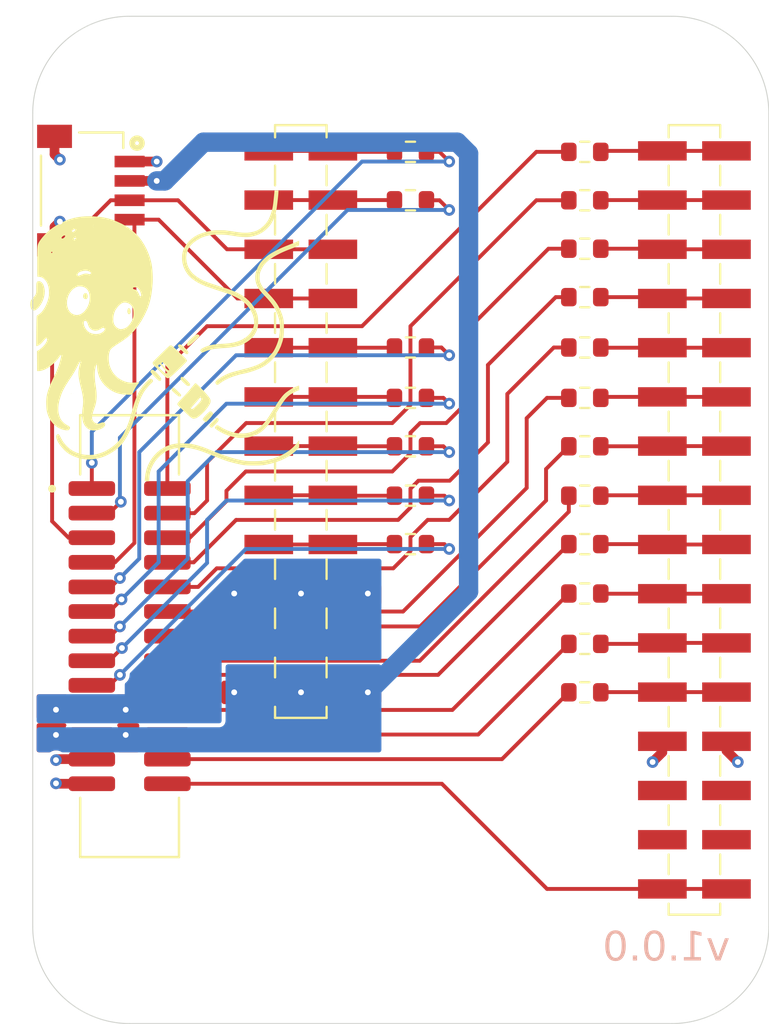
<source format=kicad_pcb>
(kicad_pcb (version 20240108) (generator "pcbnew") (generator_version "8.0")
  (layers (0 "F.Cu" signal) (1 "In1.Cu" signal) (2 "In2.Cu" signal) (31 "B.Cu" signal) (34 "B.Paste" user) (35 "F.Paste" user) (36 "B.SilkS" user "B.Silkscreen") (37 "F.SilkS" user "F.Silkscreen") (38 "B.Mask" user) (39 "F.Mask" user) (44 "Edge.Cuts" user))
  (net 0 "")
  (net 1 "GND")
  (net 2 "/P0.27")
  (net 3 "/VDD_OUT")
  (net 4 "/P0.05")
  (net 5 "/P0.09")
  (net 6 "/P0.20")
  (net 7 "/P0.13")
  (net 8 "/P0.22")
  (net 9 "/P0.29")
  (net 10 "/P0.06")
  (net 11 "/P0.19")
  (net 12 "/P0.21")
  (net 13 "/P1.00")
  (net 14 "/P0.07")
  (net 15 "/USB")
  (net 16 "/P0.17")
  (net 17 "/P0.23")
  (net 18 "/RST")
  (net 19 "/P0.26")
  (net 20 "/P0.04")
  (net 21 "/P0.10")
  (net 22 "/P0.28")
  (net 23 "/P0.24")
  (net 24 "/P0.15")
  (net 25 "/P0.30")
  (net 32 "Net-(U1-P0.05)")
  (net 33 "Net-(U1-P0.27)")
  (net 34 "Net-(U1-P0.07)")
  (net 35 "Net-(U1-P0.06)")
  (net 36 "Net-(U1-P0.29)")
  (net 37 "Net-(U1-P0.28)")
  (net 38 "Net-(U1-P0.30)")
  (net 39 "Net-(U1-P0.20)")
  (net 40 "Net-(U1-P0.21)")
  (net 41 "Net-(U1-P0.15)")
  (net 42 "Net-(U1-P0.19)")
  (net 43 "Net-(U1-P1.00)")
  (net 44 "Net-(U1-P0.24)")
  (net 45 "Net-(U1-P0.22)")
  (net 46 "Net-(U1-P0.23)")
  (net 47 "Net-(U1-P0.17)")
  (net 48 "Net-(U1-P0.13)")
  (net 49 "Net-(U1-P0.09)")
  (net 50 "Net-(U1-P0.10)")
  (footprint "Resistor_SMD:R_0603_1608Metric" (layer "F.Cu") (at 60.5 43.75)
    (property "Reference" "R15" (hide yes))
    (property "Value" "R_Small")
    (pad "1" smd roundrect (at -0.825 0) (size 0.8 0.95) (layers "F.Cu" "F.Paste" "F.Mask") (net 17 "/P0.23"))
    (pad "2" smd roundrect (at 0.825 0) (size 0.8 0.95) (layers "F.Cu" "F.Paste" "F.Mask") (net 46 "Net-(U1-P0.23)"))
  )
  (footprint "pink_panda:pink_panda_SMD" (layer "F.Cu") (at 56 45)
    (property "Reference" "U1" (hide yes))
    (property "Value" "Pink Panda v2.1.0")
    (pad "1" smd rect (at -11.815 -19.05) (size 2.51 1) (layers "F.Cu" "F.Paste" "F.Mask") (net 33 "Net-(U1-P0.27)"))
    (pad "1" smd rect (at -8.505 -19.05) (size 2.51 1) (layers "F.Cu" "F.Paste" "F.Mask") (net 33 "Net-(U1-P0.27)"))
    (pad "2" smd rect (at -11.815 -16.51) (size 2.51 1) (layers "F.Cu" "F.Paste" "F.Mask") (net 32 "Net-(U1-P0.05)"))
    (pad "2" smd rect (at -8.505 -16.51) (size 2.51 1) (layers "F.Cu" "F.Paste" "F.Mask") (net 32 "Net-(U1-P0.05)"))
    (pad "3" smd rect (at -11.815 -13.97) (size 2.51 1) (layers "F.Cu" "F.Paste" "F.Mask") (net 20 "/P0.04"))
    (pad "3" smd rect (at -8.505 -13.97) (size 2.51 1) (layers "F.Cu" "F.Paste" "F.Mask") (net 20 "/P0.04"))
    (pad "4" smd rect (at -11.815 -11.43) (size 2.51 1) (layers "F.Cu" "F.Paste" "F.Mask") (net 19 "/P0.26"))
    (pad "4" smd rect (at -8.505 -11.43) (size 2.51 1) (layers "F.Cu" "F.Paste" "F.Mask") (net 19 "/P0.26"))
    (pad "5" smd rect (at -11.815 -8.89) (size 2.51 1) (layers "F.Cu" "F.Paste" "F.Mask") (net 34 "Net-(U1-P0.07)"))
    (pad "5" smd rect (at -8.505 -8.89) (size 2.51 1) (layers "F.Cu" "F.Paste" "F.Mask") (net 34 "Net-(U1-P0.07)"))
    (pad "6" smd rect (at -11.815 -6.35) (size 2.51 1) (layers "F.Cu" "F.Paste" "F.Mask") (net 35 "Net-(U1-P0.06)"))
    (pad "6" smd rect (at -8.505 -6.35) (size 2.51 1) (layers "F.Cu" "F.Paste" "F.Mask") (net 35 "Net-(U1-P0.06)"))
    (pad "7" smd rect (at -11.815 -3.81) (size 2.51 1) (layers "F.Cu" "F.Paste" "F.Mask") (net 36 "Net-(U1-P0.29)"))
    (pad "7" smd rect (at -8.505 -3.81) (size 2.51 1) (layers "F.Cu" "F.Paste" "F.Mask") (net 36 "Net-(U1-P0.29)"))
    (pad "8" smd rect (at -11.815 -1.27) (size 2.51 1) (layers "F.Cu" "F.Paste" "F.Mask") (net 37 "Net-(U1-P0.28)"))
    (pad "8" smd rect (at -8.505 -1.27) (size 2.51 1) (layers "F.Cu" "F.Paste" "F.Mask") (net 37 "Net-(U1-P0.28)"))
    (pad "9" smd rect (at -11.815 1.27) (size 2.51 1) (layers "F.Cu" "F.Paste" "F.Mask") (net 38 "Net-(U1-P0.30)"))
    (pad "9" smd rect (at -8.505 1.27) (size 2.51 1) (layers "F.Cu" "F.Paste" "F.Mask") (net 38 "Net-(U1-P0.30)"))
    (pad "10" smd rect (at -11.815 3.81) (size 2.51 1) (layers "F.Cu" "F.Paste" "F.Mask") (net 15 "/USB"))
    (pad "10" smd rect (at -8.505 3.81) (size 2.51 1) (layers "F.Cu" "F.Paste" "F.Mask") (net 15 "/USB"))
    (pad "11" smd rect (at -11.815 6.35) (size 2.51 1) (layers "F.Cu" "F.Paste" "F.Mask"))
    (pad "11" smd rect (at -8.505 6.35) (size 2.51 1) (layers "F.Cu" "F.Paste" "F.Mask"))
    (pad "12" smd rect (at -11.815 8.89) (size 2.51 1) (layers "F.Cu" "F.Paste" "F.Mask") (net 3 "/VDD_OUT"))
    (pad "12" smd rect (at -8.505 8.89) (size 2.51 1) (layers "F.Cu" "F.Paste" "F.Mask") (net 3 "/VDD_OUT"))
    (pad "13" smd rect (at 8.505 -19.05) (size 2.51 1) (layers "F.Cu" "F.Paste" "F.Mask") (net 39 "Net-(U1-P0.20)"))
    (pad "13" smd rect (at 11.815 -19.05) (size 2.51 1) (layers "F.Cu" "F.Paste" "F.Mask") (net 39 "Net-(U1-P0.20)"))
    (pad "14" smd rect (at 8.505 -16.51) (size 2.51 1) (layers "F.Cu" "F.Paste" "F.Mask") (net 40 "Net-(U1-P0.21)"))
    (pad "14" smd rect (at 11.815 -16.51) (size 2.51 1) (layers "F.Cu" "F.Paste" "F.Mask") (net 40 "Net-(U1-P0.21)"))
    (pad "15" smd rect (at 8.505 -13.97) (size 2.51 1) (layers "F.Cu" "F.Paste" "F.Mask") (net 41 "Net-(U1-P0.15)"))
    (pad "15" smd rect (at 11.815 -13.97) (size 2.51 1) (layers "F.Cu" "F.Paste" "F.Mask") (net 41 "Net-(U1-P0.15)"))
    (pad "16" smd rect (at 8.505 -11.43) (size 2.51 1) (layers "F.Cu" "F.Paste" "F.Mask") (net 42 "Net-(U1-P0.19)"))
    (pad "16" smd rect (at 11.815 -11.43) (size 2.51 1) (layers "F.Cu" "F.Paste" "F.Mask") (net 42 "Net-(U1-P0.19)"))
    (pad "17" smd rect (at 8.505 -8.89) (size 2.51 1) (layers "F.Cu" "F.Paste" "F.Mask") (net 43 "Net-(U1-P1.00)"))
    (pad "17" smd rect (at 11.815 -8.89) (size 2.51 1) (layers "F.Cu" "F.Paste" "F.Mask") (net 43 "Net-(U1-P1.00)"))
    (pad "18" smd rect (at 8.505 -6.35) (size 2.51 1) (layers "F.Cu" "F.Paste" "F.Mask") (net 44 "Net-(U1-P0.24)"))
    (pad "18" smd rect (at 11.815 -6.35) (size 2.51 1) (layers "F.Cu" "F.Paste" "F.Mask") (net 44 "Net-(U1-P0.24)"))
    (pad "19" smd rect (at 8.505 -3.81) (size 2.51 1) (layers "F.Cu" "F.Paste" "F.Mask") (net 45 "Net-(U1-P0.22)"))
    (pad "19" smd rect (at 11.815 -3.81) (size 2.51 1) (layers "F.Cu" "F.Paste" "F.Mask") (net 45 "Net-(U1-P0.22)"))
    (pad "20" smd rect (at 8.505 -1.27) (size 2.51 1) (layers "F.Cu" "F.Paste" "F.Mask") (net 46 "Net-(U1-P0.23)"))
    (pad "20" smd rect (at 11.815 -1.27) (size 2.51 1) (layers "F.Cu" "F.Paste" "F.Mask") (net 46 "Net-(U1-P0.23)"))
    (pad "21" smd rect (at 8.505 1.27) (size 2.51 1) (layers "F.Cu" "F.Paste" "F.Mask") (net 47 "Net-(U1-P0.17)"))
    (pad "21" smd rect (at 11.815 1.27) (size 2.51 1) (layers "F.Cu" "F.Paste" "F.Mask") (net 47 "Net-(U1-P0.17)"))
    (pad "22" smd rect (at 8.505 3.81) (size 2.51 1) (layers "F.Cu" "F.Paste" "F.Mask") (net 48 "Net-(U1-P0.13)"))
    (pad "22" smd rect (at 11.815 3.81) (size 2.51 1) (layers "F.Cu" "F.Paste" "F.Mask") (net 48 "Net-(U1-P0.13)"))
    (pad "23" smd rect (at 8.505 6.35) (size 2.51 1) (layers "F.Cu" "F.Paste" "F.Mask") (net 49 "Net-(U1-P0.09)"))
    (pad "23" smd rect (at 11.815 6.35) (size 2.51 1) (layers "F.Cu" "F.Paste" "F.Mask") (net 49 "Net-(U1-P0.09)"))
    (pad "24" smd rect (at 8.505 8.89) (size 2.51 1) (layers "F.Cu" "F.Paste" "F.Mask") (net 50 "Net-(U1-P0.10)"))
    (pad "24" smd rect (at 11.815 8.89) (size 2.51 1) (layers "F.Cu" "F.Paste" "F.Mask") (net 50 "Net-(U1-P0.10)"))
    (pad "25" smd rect (at 8.505 11.43) (size 2.51 1) (layers "F.Cu" "F.Paste" "F.Mask") (net 1 "GND"))
    (pad "25" smd rect (at 11.815 11.43) (size 2.51 1) (layers "F.Cu" "F.Paste" "F.Mask") (net 1 "GND"))
    (pad "26" smd rect (at 8.505 13.97) (size 2.51 1) (layers "F.Cu" "F.Paste" "F.Mask"))
    (pad "26" smd rect (at 11.815 13.97) (size 2.51 1) (layers "F.Cu" "F.Paste" "F.Mask"))
    (pad "27" smd rect (at 8.505 16.51) (size 2.51 1) (layers "F.Cu" "F.Paste" "F.Mask"))
    (pad "27" smd rect (at 11.815 16.51) (size 2.51 1) (layers "F.Cu" "F.Paste" "F.Mask"))
    (pad "28" smd rect (at 8.505 19.05) (size 2.51 1) (layers "F.Cu" "F.Paste" "F.Mask") (net 18 "/RST"))
    (pad "28" smd rect (at 11.815 19.05) (size 2.51 1) (layers "F.Cu" "F.Paste" "F.Mask") (net 18 "/RST"))
  )
  (footprint "Resistor_SMD:R_0603_1608Metric" (layer "F.Cu") (at 60.5 38.7)
    (property "Reference" "R13" (hide yes))
    (property "Value" "R_Small")
    (pad "1" smd roundrect (at -0.825 0) (size 0.8 0.95) (layers "F.Cu" "F.Paste" "F.Mask") (net 23 "/P0.24"))
    (pad "2" smd roundrect (at 0.825 0) (size 0.8 0.95) (layers "F.Cu" "F.Paste" "F.Mask") (net 44 "Net-(U1-P0.24)"))
  )
  (footprint "Resistor_SMD:R_0603_1608Metric" (layer "F.Cu") (at 60.5 51.4)
    (property "Reference" "R18" (hide yes))
    (property "Value" "R_Small")
    (pad "1" smd roundrect (at -0.825 0) (size 0.8 0.95) (layers "F.Cu" "F.Paste" "F.Mask") (net 5 "/P0.09"))
    (pad "2" smd roundrect (at 0.825 0) (size 0.8 0.95) (layers "F.Cu" "F.Paste" "F.Mask") (net 49 "Net-(U1-P0.09)"))
  )
  (footprint "Resistor_SMD:R_0603_1608Metric" (layer "F.Cu") (at 51.5 36.1 180)
    (property "Reference" "R3" (hide yes))
    (property "Value" "R_Small")
    (pad "1" smd roundrect (at -0.825 0 180) (size 0.8 0.95) (layers "F.Cu" "F.Paste" "F.Mask") (net 14 "/P0.07"))
    (pad "2" smd roundrect (at 0.825 0 180) (size 0.8 0.95) (layers "F.Cu" "F.Paste" "F.Mask") (net 34 "Net-(U1-P0.07)"))
  )
  (footprint "Resistor_SMD:R_0603_1608Metric" (layer "F.Cu") (at 60.5 46.25)
    (property "Reference" "R16" (hide yes))
    (property "Value" "R_Small")
    (pad "1" smd roundrect (at -0.825 0) (size 0.8 0.95) (layers "F.Cu" "F.Paste" "F.Mask") (net 16 "/P0.17"))
    (pad "2" smd roundrect (at 0.825 0) (size 0.8 0.95) (layers "F.Cu" "F.Paste" "F.Mask") (net 47 "Net-(U1-P0.17)"))
  )
  (footprint "Resistor_SMD:R_0603_1608Metric" (layer "F.Cu") (at 51.5 46.25 180)
    (property "Reference" "R7" (hide yes))
    (property "Value" "R_Small")
    (pad "1" smd roundrect (at -0.825 0 180) (size 0.8 0.95) (layers "F.Cu" "F.Paste" "F.Mask") (net 25 "/P0.30"))
    (pad "2" smd roundrect (at 0.825 0 180) (size 0.8 0.95) (layers "F.Cu" "F.Paste" "F.Mask") (net 38 "Net-(U1-P0.30)"))
  )
  (footprint "Resistor_SMD:R_0603_1608Metric" (layer "F.Cu") (at 51.5 38.7 180)
    (property "Reference" "R4" (hide yes))
    (property "Value" "R_Small")
    (pad "1" smd roundrect (at -0.825 0 180) (size 0.8 0.95) (layers "F.Cu" "F.Paste" "F.Mask") (net 10 "/P0.06"))
    (pad "2" smd roundrect (at 0.825 0 180) (size 0.8 0.95) (layers "F.Cu" "F.Paste" "F.Mask") (net 35 "Net-(U1-P0.06)"))
  )
  (footprint "Resistor_SMD:R_0603_1608Metric" (layer "F.Cu") (at 60.5 36.1)
    (property "Reference" "R12" (hide yes))
    (property "Value" "R_Small")
    (pad "1" smd roundrect (at -0.825 0) (size 0.8 0.95) (layers "F.Cu" "F.Paste" "F.Mask") (net 13 "/P1.00"))
    (pad "2" smd roundrect (at 0.825 0) (size 0.8 0.95) (layers "F.Cu" "F.Paste" "F.Mask") (net 43 "Net-(U1-P1.00)"))
  )
  (footprint "logos:octopus_15mm" (layer "F.Cu") (at 38.25 35.5)
    (property "Reference" "G***" (hide yes))
    (property "Value" "LOGO" (hide yes))
  )
  (footprint "CNCTECH_3220-26-0300-00:CNC_3220-26-0300-00" (layer "F.Cu") (at 37 51 -90)
    (property "Reference" "J2" (hide yes))
    (property "Value" "3220-26-0300-00")
    (pad "1" smd roundrect (at -7.62 1.95 270) (size 0.76 2.4) (layers "F.Cu" "F.Paste" "F.Mask") (net 2 "/P0.27"))
    (pad "2" smd roundrect (at -7.62 -1.95 270) (size 0.76 2.4) (layers "F.Cu" "F.Paste" "F.Mask") (net 6 "/P0.20"))
    (pad "3" smd roundrect (at -6.35 1.95 270) (size 0.76 2.4) (layers "F.Cu" "F.Paste" "F.Mask") (net 4 "/P0.05"))
    (pad "4" smd roundrect (at -6.35 -1.95 270) (size 0.76 2.4) (layers "F.Cu" "F.Paste" "F.Mask") (net 12 "/P0.21"))
    (pad "5" smd roundrect (at -5.08 1.95 270) (size 0.76 2.4) (layers "F.Cu" "F.Paste" "F.Mask") (net 20 "/P0.04"))
    (pad "6" smd roundrect (at -5.08 -1.95 270) (size 0.76 2.4) (layers "F.Cu" "F.Paste" "F.Mask") (net 24 "/P0.15"))
    (pad "7" smd roundrect (at -3.81 1.95 270) (size 0.76 2.4) (layers "F.Cu" "F.Paste" "F.Mask") (net 19 "/P0.26"))
    (pad "8" smd roundrect (at -3.81 -1.95 270) (size 0.76 2.4) (layers "F.Cu" "F.Paste" "F.Mask") (net 11 "/P0.19"))
    (pad "9" smd roundrect (at -2.54 1.95 270) (size 0.76 2.4) (layers "F.Cu" "F.Paste" "F.Mask") (net 14 "/P0.07"))
    (pad "10" smd roundrect (at -2.54 -1.95 270) (size 0.76 2.4) (layers "F.Cu" "F.Paste" "F.Mask") (net 13 "/P1.00"))
    (pad "11" smd roundrect (at -1.27 1.95 270) (size 0.76 2.4) (layers "F.Cu" "F.Paste" "F.Mask") (net 10 "/P0.06"))
    (pad "12" smd roundrect (at -1.27 -1.95 270) (size 0.76 2.4) (layers "F.Cu" "F.Paste" "F.Mask") (net 23 "/P0.24"))
    (pad "13" smd roundrect (at 0 1.95 270) (size 0.76 2.4) (layers "F.Cu" "F.Paste" "F.Mask") (net 9 "/P0.29"))
    (pad "14" smd roundrect (at 0 -1.95 270) (size 0.76 2.4) (layers "F.Cu" "F.Paste" "F.Mask") (net 8 "/P0.22"))
    (pad "15" smd roundrect (at 1.27 1.95 270) (size 0.76 2.4) (layers "F.Cu" "F.Paste" "F.Mask") (net 22 "/P0.28"))
    (pad "16" smd roundrect (at 1.27 -1.95 270) (size 0.76 2.4) (layers "F.Cu" "F.Paste" "F.Mask") (net 17 "/P0.23"))
    (pad "17" smd roundrect (at 2.54 1.95 270) (size 0.76 2.4) (layers "F.Cu" "F.Paste" "F.Mask") (net 25 "/P0.30"))
    (pad "18" smd roundrect (at 2.54 -1.95 270) (size 0.76 2.4) (layers "F.Cu" "F.Paste" "F.Mask") (net 16 "/P0.17"))
    (pad "19" smd roundrect (at 3.81 1.95 270) (size 0.76 2.4) (layers "F.Cu" "F.Paste" "F.Mask") (net 15 "/USB"))
    (pad "20" smd roundrect (at 3.81 -1.95 270) (size 0.76 2.4) (layers "F.Cu" "F.Paste" "F.Mask") (net 7 "/P0.13"))
    (pad "21" smd roundrect (at 5.08 1.95 270) (size 0.76 2.4) (layers "F.Cu" "F.Paste" "F.Mask") (net 3 "/VDD_OUT"))
    (pad "22" smd roundrect (at 5.08 -1.95 270) (size 0.76 2.4) (layers "F.Cu" "F.Paste" "F.Mask") (net 5 "/P0.09"))
    (pad "23" smd roundrect (at 6.35 1.95 270) (size 0.76 2.4) (layers "F.Cu" "F.Paste" "F.Mask") (net 1 "GND"))
    (pad "24" smd roundrect (at 6.35 -1.95 270) (size 0.76 2.4) (layers "F.Cu" "F.Paste" "F.Mask") (net 21 "/P0.10"))
    (pad "25" smd roundrect (at 7.62 1.95 270) (size 0.76 2.4) (layers "F.Cu" "F.Paste" "F.Mask") (net 1 "GND"))
    (pad "26" smd roundrect (at 7.62 -1.95 270) (size 0.76 2.4) (layers "F.Cu" "F.Paste" "F.Mask") (net 18 "/RST"))
  )
  (footprint "Resistor_SMD:R_0603_1608Metric" (layer "F.Cu") (at 60.5 33.5)
    (property "Reference" "R11" (hide yes))
    (property "Value" "R_Small")
    (pad "1" smd roundrect (at -0.825 0) (size 0.8 0.95) (layers "F.Cu" "F.Paste" "F.Mask") (net 11 "/P0.19"))
    (pad "2" smd roundrect (at 0.825 0) (size 0.8 0.95) (layers "F.Cu" "F.Paste" "F.Mask") (net 42 "Net-(U1-P0.19)"))
  )
  (footprint "Resistor_SMD:R_0603_1608Metric" (layer "F.Cu") (at 60.5 26)
    (property "Reference" "R8" (hide yes))
    (property "Value" "R_Small")
    (pad "1" smd roundrect (at -0.825 0) (size 0.8 0.95) (layers "F.Cu" "F.Paste" "F.Mask") (net 6 "/P0.20"))
    (pad "2" smd roundrect (at 0.825 0) (size 0.8 0.95) (layers "F.Cu" "F.Paste" "F.Mask") (net 39 "Net-(U1-P0.20)"))
  )
  (footprint "Resistor_SMD:R_0603_1608Metric" (layer "F.Cu") (at 60.5 41.2)
    (property "Reference" "R14" (hide yes))
    (property "Value" "R_Small")
    (pad "1" smd roundrect (at -0.825 0) (size 0.8 0.95) (layers "F.Cu" "F.Paste" "F.Mask") (net 8 "/P0.22"))
    (pad "2" smd roundrect (at 0.825 0) (size 0.8 0.95) (layers "F.Cu" "F.Paste" "F.Mask") (net 45 "Net-(U1-P0.22)"))
  )
  (footprint "SM04B-SRSS-TB(LF)(SN):JST_SM04B-SRSS-TB(LF)(SN)" (layer "F.Cu") (at 37 28 -90)
    (property "Reference" "J1" (hide yes))
    (property "Value" "SM04B-SRSS-TB(LF)(SN)")
    (pad "1" smd rect (at -1.5 0 270) (size 0.6 1.55) (layers "F.Cu" "F.Paste" "F.Mask") (net 1 "GND"))
    (pad "2" smd rect (at -0.5 0 270) (size 0.6 1.55) (layers "F.Cu" "F.Paste" "F.Mask") (net 3 "/VDD_OUT"))
    (pad "3" smd rect (at 0.5 0 270) (size 0.6 1.55) (layers "F.Cu" "F.Paste" "F.Mask") (net 20 "/P0.04"))
    (pad "4" smd rect (at 1.5 0 270) (size 0.6 1.55) (layers "F.Cu" "F.Paste" "F.Mask") (net 19 "/P0.26"))
    (pad "S1" smd rect (at -2.8 3.875 270) (size 1.2 1.8) (layers "F.Cu" "F.Paste" "F.Mask") (net 1 "GND"))
    (pad "S2" smd rect (at 2.8 3.875 270) (size 1.2 1.8) (layers "F.Cu" "F.Paste" "F.Mask") (net 1 "GND"))
  )
  (footprint "Resistor_SMD:R_0603_1608Metric" (layer "F.Cu") (at 60.5 48.8)
    (property "Reference" "R17" (hide yes))
    (property "Value" "R_Small")
    (pad "1" smd roundrect (at -0.825 0) (size 0.8 0.95) (layers "F.Cu" "F.Paste" "F.Mask") (net 7 "/P0.13"))
    (pad "2" smd roundrect (at 0.825 0) (size 0.8 0.95) (layers "F.Cu" "F.Paste" "F.Mask") (net 48 "Net-(U1-P0.13)"))
  )
  (footprint "Resistor_SMD:R_0603_1608Metric" (layer "F.Cu") (at 51.5 26 180)
    (property "Reference" "R1" (hide yes))
    (property "Value" "R_Small")
    (pad "1" smd roundrect (at -0.825 0 180) (size 0.8 0.95) (layers "F.Cu" "F.Paste" "F.Mask") (net 2 "/P0.27"))
    (pad "2" smd roundrect (at 0.825 0 180) (size 0.8 0.95) (layers "F.Cu" "F.Paste" "F.Mask") (net 33 "Net-(U1-P0.27)"))
  )
  (footprint "Resistor_SMD:R_0603_1608Metric" (layer "F.Cu") (at 51.5 28.5 180)
    (property "Reference" "R2" (hide yes))
    (property "Value" "R_Small")
    (pad "1" smd roundrect (at -0.825 0 180) (size 0.8 0.95) (layers "F.Cu" "F.Paste" "F.Mask") (net 4 "/P0.05"))
    (pad "2" smd roundrect (at 0.825 0 180) (size 0.8 0.95) (layers "F.Cu" "F.Paste" "F.Mask") (net 32 "Net-(U1-P0.05)"))
  )
  (footprint "Resistor_SMD:R_0603_1608Metric" (layer "F.Cu") (at 51.5 41.2 180)
    (property "Reference" "R5" (hide yes))
    (property "Value" "R_Small")
    (pad "1" smd roundrect (at -0.825 0 180) (size 0.8 0.95) (layers "F.Cu" "F.Paste" "F.Mask") (net 9 "/P0.29"))
    (pad "2" smd roundrect (at 0.825 0 180) (size 0.8 0.95) (layers "F.Cu" "F.Paste" "F.Mask") (net 36 "Net-(U1-P0.29)"))
  )
  (footprint "Resistor_SMD:R_0603_1608Metric" (layer "F.Cu") (at 60.5 31)
    (property "Reference" "R10" (hide yes))
    (property "Value" "R_Small")
    (pad "1" smd roundrect (at -0.825 0) (size 0.8 0.95) (layers "F.Cu" "F.Paste" "F.Mask") (net 24 "/P0.15"))
    (pad "2" smd roundrect (at 0.825 0) (size 0.8 0.95) (layers "F.Cu" "F.Paste" "F.Mask") (net 41 "Net-(U1-P0.15)"))
  )
  (footprint "Resistor_SMD:R_0603_1608Metric" (layer "F.Cu") (at 60.5 53.9)
    (property "Reference" "R19" (hide yes))
    (property "Value" "R_Small")
    (pad "1" smd roundrect (at -0.825 0) (size 0.8 0.95) (layers "F.Cu" "F.Paste" "F.Mask") (net 21 "/P0.10"))
    (pad "2" smd roundrect (at 0.825 0) (size 0.8 0.95) (layers "F.Cu" "F.Paste" "F.Mask") (net 50 "Net-(U1-P0.10)"))
  )
  (footprint "Resistor_SMD:R_0603_1608Metric" (layer "F.Cu") (at 60.5 28.5)
    (property "Reference" "R9" (hide yes))
    (property "Value" "R_Small")
    (pad "1" smd roundrect (at -0.825 0) (size 0.8 0.95) (layers "F.Cu" "F.Paste" "F.Mask") (net 12 "/P0.21"))
    (pad "2" smd roundrect (at 0.825 0) (size 0.8 0.95) (layers "F.Cu" "F.Paste" "F.Mask") (net 40 "Net-(U1-P0.21)"))
  )
  (footprint "Resistor_SMD:R_0603_1608Metric" (layer "F.Cu") (at 51.5 43.75 180)
    (property "Reference" "R6" (hide yes))
    (property "Value" "R_Small")
    (pad "1" smd roundrect (at -0.825 0 180) (size 0.8 0.95) (layers "F.Cu" "F.Paste" "F.Mask") (net 22 "/P0.28"))
    (pad "2" smd roundrect (at 0.825 0 180) (size 0.8 0.95) (layers "F.Cu" "F.Paste" "F.Mask") (net 37 "Net-(U1-P0.28)"))
  )
  (gr_arc (start 70 66) (mid 68.535534 69.535534) (end 65 71) (stroke (width 0.05)) (layer "Edge.Cuts"))
  (gr_arc (start 37 71) (mid 33.464466 69.535534) (end 32 66) (stroke (width 0.05)) (layer "Edge.Cuts"))
  (gr_line (start 32 66) (end 32 24) (stroke (width 0.05)) (layer "Edge.Cuts"))
  (gr_arc (start 32 24) (mid 33.464466 20.464466) (end 37 19) (stroke (width 0.05)) (layer "Edge.Cuts"))
  (gr_line (start 65 71) (end 37 71) (stroke (width 0.05)) (layer "Edge.Cuts"))
  (gr_line (start 70 24) (end 70 66) (stroke (width 0.05)) (layer "Edge.Cuts"))
  (gr_arc (start 65 19) (mid 68.535534 20.464466) (end 70 24) (stroke (width 0.05)) (layer "Edge.Cuts"))
  (gr_line (start 37 19) (end 65 19) (stroke (width 0.05)) (layer "Edge.Cuts"))
  (gr_text "v1.0.0" (at 68 68 0) (layer "B.SilkS") (effects (font (size 1.5 1.5) (thickness 0.1)) (justify left bottom mirror)))
  (segment (start 67.815 56.43) (end 67.815 56.915) (width 0.5) (layer "F.Cu") (net 1))
  (segment (start 33.125 25.2) (end 33.125 26.125) (width 0.5) (layer "F.Cu") (net 1))
  (segment (start 33.25 57.35) (end 33.2 57.4) (width 0.5) (layer "F.Cu") (net 1))
  (segment (start 64.505 56.995) (end 64 57.5) (width 0.5) (layer "F.Cu") (net 1))
  (segment (start 67.815 56.915) (end 68.4 57.5) (width 0.5) (layer "F.Cu") (net 1))
  (segment (start 64.505 56.43) (end 64.505 56.995) (width 0.5) (layer "F.Cu") (net 1))
  (segment (start 33.22 58.62) (end 33.2 58.6) (width 0.5) (layer "F.Cu") (net 1))
  (segment (start 35.05 57.35) (end 33.25 57.35) (width 0.5) (layer "F.Cu") (net 1))
  (segment (start 33.125 30.8) (end 33.125 29.875) (width 0.5) (layer "F.Cu") (net 1))
  (segment (start 37 26.5) (end 38.4 26.5) (width 0.5) (layer "F.Cu") (net 1))
  (segment (start 35.05 58.62) (end 33.22 58.62) (width 0.5) (layer "F.Cu") (net 1))
  (segment (start 33.125 29.875) (end 33.4 29.6) (width 0.5) (layer "F.Cu") (net 1))
  (segment (start 33.125 26.125) (end 33.4 26.4) (width 0.5) (layer "F.Cu") (net 1))
  (via (at 33.2 58.6) (size 0.6) (drill 0.3) (layers "F.Cu" "B.Cu") (net 1))
  (via (at 68.4 57.5) (size 0.6) (drill 0.3) (layers "F.Cu" "B.Cu") (net 1))
  (via (at 33.4 29.6) (size 0.6) (drill 0.3) (layers "F.Cu" "B.Cu") (net 1))
  (via (at 33.4 26.4) (size 0.6) (drill 0.3) (layers "F.Cu" "B.Cu") (net 1))
  (via (at 38.4 26.5) (size 0.6) (drill 0.3) (layers "F.Cu" "B.Cu") (net 1))
  (via (at 64 57.5) (size 0.6) (drill 0.3) (layers "F.Cu" "B.Cu") (net 1))
  (via (at 33.2 57.4) (size 0.6) (drill 0.3) (layers "F.Cu" "B.Cu") (net 1))
  (segment (start 53 26) (end 53.5 26.5) (width 0.2) (layer "F.Cu") (net 2))
  (segment (start 35.05 42.05) (end 35.05 43.38) (width 0.2) (layer "F.Cu") (net 2))
  (segment (start 52.325 26) (end 53 26) (width 0.2) (layer "F.Cu") (net 2))
  (via (at 53.5 26.5) (size 0.6) (drill 0.3) (layers "F.Cu" "B.Cu") (net 2))
  (via (at 35.05 42.05) (size 0.6) (drill 0.3) (layers "F.Cu" "B.Cu") (net 2))
  (segment (start 35.05 40.45) (end 49 26.5) (width 0.2) (layer "B.Cu") (net 2))
  (segment (start 35.05 42.05) (end 35.05 40.45) (width 0.2) (layer "B.Cu") (net 2))
  (segment (start 49 26.5) (end 53.5 26.5) (width 0.2) (layer "B.Cu") (net 2))
  (segment (start 37 27.5) (end 38.4 27.5) (width 0.5) (layer "F.Cu") (net 3))
  (via (at 42.4 53.9) (size 0.6) (drill 0.3) (layers "F.Cu" "B.Cu") (net 3))
  (via (at 45.85 53.9) (size 0.6) (drill 0.3) (layers "F.Cu" "B.Cu") (net 3))
  (via (at 33.2 56.1) (size 0.6) (drill 0.3) (layers "F.Cu" "B.Cu") (net 3))
  (via (at 49.3 53.9) (size 0.6) (drill 0.3) (layers "F.Cu" "B.Cu") (net 3))
  (via (at 38.4 27.5) (size 0.6) (drill 0.3) (layers "F.Cu" "B.Cu") (net 3))
  (via (at 36.8 56.1) (size 0.6) (drill 0.3) (layers "F.Cu" "B.Cu") (net 3))
  (segment (start 54.5 26.085786) (end 53.914214 25.5) (width 1) (layer "B.Cu") (net 3))
  (segment (start 49.3 53.9) (end 54.5 48.7) (width 1) (layer "B.Cu") (net 3))
  (segment (start 54.5 48.7) (end 54.5 26.085786) (width 1) (layer "B.Cu") (net 3))
  (segment (start 53.914214 25.5) (end 40.814214 25.5) (width 1) (layer "B.Cu") (net 3))
  (segment (start 40.814214 25.5) (end 38.814214 27.5) (width 1) (layer "B.Cu") (net 3))
  (segment (start 38.814214 27.5) (end 38.4 27.5) (width 1) (layer "B.Cu") (net 3))
  (segment (start 52.325 28.5) (end 53 28.5) (width 0.2) (layer "F.Cu") (net 4))
  (segment (start 36.547883 44.063169) (end 35.961052 44.65) (width 0.2) (layer "F.Cu") (net 4))
  (segment (start 53 28.5) (end 53.5 29) (width 0.2) (layer "F.Cu") (net 4))
  (segment (start 35.961052 44.65) (end 35.05 44.65) (width 0.2) (layer "F.Cu") (net 4))
  (via (at 53.5 29) (size 0.6) (drill 0.3) (layers "F.Cu" "B.Cu") (net 4))
  (via (at 36.547883 44.063169) (size 0.6) (drill 0.3) (layers "F.Cu" "B.Cu") (net 4))
  (segment (start 48.25 29) (end 36.5 40.75) (width 0.2) (layer "B.Cu") (net 4))
  (segment (start 36.5 44.015286) (end 36.547883 44.063169) (width 0.2) (layer "B.Cu") (net 4))
  (segment (start 36.5 40.75) (end 36.5 44.015286) (width 0.2) (layer "B.Cu") (net 4))
  (segment (start 53.5 29) (end 48.25 29) (width 0.2) (layer "B.Cu") (net 4))
  (segment (start 54.995 56.08) (end 38.95 56.08) (width 0.2) (layer "F.Cu") (net 5))
  (segment (start 59.675 51.4) (end 54.995 56.08) (width 0.2) (layer "F.Cu") (net 5))
  (segment (start 38.95 43.38) (end 38.95 37.05) (width 0.2) (layer "F.Cu") (net 6))
  (segment (start 41 35) (end 49 35) (width 0.2) (layer "F.Cu") (net 6))
  (segment (start 49 35) (end 58 26) (width 0.2) (layer "F.Cu") (net 6))
  (segment (start 38.95 37.05) (end 41 35) (width 0.2) (layer "F.Cu") (net 6))
  (segment (start 58 26) (end 59.675 26) (width 0.2) (layer "F.Cu") (net 6))
  (segment (start 59.675 48.8) (end 53.665 54.81) (width 0.2) (layer "F.Cu") (net 7))
  (segment (start 53.665 54.81) (end 38.95 54.81) (width 0.2) (layer "F.Cu") (net 7))
  (segment (start 59.675 41.2) (end 58.5 42.375) (width 0.2) (layer "F.Cu") (net 8))
  (segment (start 58.5 44) (end 52 50.5) (width 0.2) (layer "F.Cu") (net 8))
  (segment (start 40 51) (end 38.95 51) (width 0.2) (layer "F.Cu") (net 8))
  (segment (start 58.5 42.375) (end 58.5 44) (width 0.2) (layer "F.Cu") (net 8))
  (segment (start 40.5 50.5) (end 40 51) (width 0.2) (layer "F.Cu") (net 8))
  (segment (start 52 50.5) (end 40.5 50.5) (width 0.2) (layer "F.Cu") (net 8))
  (segment (start 52.325 41.2) (end 53.2 41.2) (width 0.2) (layer "F.Cu") (net 9))
  (segment (start 36 51) (end 36.5 50.5) (width 0.2) (layer "F.Cu") (net 9))
  (segment (start 35.05 51) (end 36 51) (width 0.2) (layer "F.Cu") (net 9))
  (segment (start 53.2 41.2) (end 53.5 41.5) (width 0.2) (layer "F.Cu") (net 9))
  (via (at 36.5 50.5) (size 0.6) (drill 0.3) (layers "F.Cu" "B.Cu") (net 9))
  (via (at 53.5 41.5) (size 0.6) (drill 0.3) (layers "F.Cu" "B.Cu") (net 9))
  (segment (start 40 47) (end 36.5 50.5) (width 0.2) (layer "B.Cu") (net 9))
  (segment (start 40 43) (end 40 47) (width 0.2) (layer "B.Cu") (net 9))
  (segment (start 53.5 41.5) (end 41.5 41.5) (width 0.2) (layer "B.Cu") (net 9))
  (segment (start 41.5 41.5) (end 40 43) (width 0.2) (layer "B.Cu") (net 9))
  (segment (start 36.585054 49.10226) (end 35.957314 49.73) (width 0.2) (layer "F.Cu") (net 10))
  (segment (start 35.957314 49.73) (end 35.05 49.73) (width 0.2) (layer "F.Cu") (net 10))
  (segment (start 52.325 38.7) (end 53.2 38.7) (width 0.2) (layer "F.Cu") (net 10))
  (segment (start 53.2 38.7) (end 53.5 39) (width 0.2) (layer "F.Cu") (net 10))
  (via (at 53.5 39) (size 0.6) (drill 0.3) (layers "F.Cu" "B.Cu") (net 10))
  (via (at 36.585054 49.10226) (size 0.6) (drill 0.3) (layers "F.Cu" "B.Cu") (net 10))
  (segment (start 42 39) (end 38.5 42.5) (width 0.2) (layer "B.Cu") (net 10))
  (segment (start 38.5 47.187314) (end 36.585054 49.10226) (width 0.2) (layer "B.Cu") (net 10))
  (segment (start 53.5 39) (end 42 39) (width 0.2) (layer "B.Cu") (net 10))
  (segment (start 38.5 42.5) (end 38.5 47.187314) (width 0.2) (layer "B.Cu") (net 10))
  (segment (start 51.5 43.387352) (end 51.5 44.362648) (width 0.2) (layer "F.Cu") (net 11))
  (segment (start 53.525 42.975) (end 51.912352 42.975) (width 0.2) (layer "F.Cu") (net 11))
  (segment (start 51.912352 42.975) (end 51.5 43.387352) (width 0.2) (layer "F.Cu") (net 11))
  (segment (start 42.5 45) (end 40.31 47.19) (width 0.2) (layer "F.Cu") (net 11))
  (segment (start 51.5 44.362648) (end 50.862648 45) (width 0.2) (layer "F.Cu") (net 11))
  (segment (start 55.5 41) (end 53.525 42.975) (width 0.2) (layer "F.Cu") (net 11))
  (segment (start 55.5 37) (end 55.5 41) (width 0.2) (layer "F.Cu") (net 11))
  (segment (start 40.31 47.19) (end 38.95 47.19) (width 0.2) (layer "F.Cu") (net 11))
  (segment (start 50.862648 45) (end 42.5 45) (width 0.2) (layer "F.Cu") (net 11))
  (segment (start 59.675 33.5) (end 59 33.5) (width 0.2) (layer "F.Cu") (net 11))
  (segment (start 59 33.5) (end 55.5 37) (width 0.2) (layer "F.Cu") (net 11))
  (segment (start 51.5 39.062648) (end 50.562648 40) (width 0.2) (layer "F.Cu") (net 12))
  (segment (start 40.35 44.65) (end 38.95 44.65) (width 0.2) (layer "F.Cu") (net 12))
  (segment (start 51.5 35) (end 51.5 39.062648) (width 0.2) (layer "F.Cu") (net 12))
  (segment (start 41 42.02) (end 41 44) (width 0.2) (layer "F.Cu") (net 12))
  (segment (start 58 28.5) (end 51.5 35) (width 0.2) (layer "F.Cu") (net 12))
  (segment (start 59.675 28.5) (end 58 28.5) (width 0.2) (layer "F.Cu") (net 12))
  (segment (start 43.02 40) (end 41 42.02) (width 0.2) (layer "F.Cu") (net 12))
  (segment (start 50.562648 40) (end 43.02 40) (width 0.2) (layer "F.Cu") (net 12))
  (segment (start 41 44) (end 40.35 44.65) (width 0.2) (layer "F.Cu") (net 12))
  (segment (start 41.5 47.5) (end 40.54 48.46) (width 0.2) (layer "F.Cu") (net 13))
  (segment (start 40.54 48.46) (end 38.95 48.46) (width 0.2) (layer "F.Cu") (net 13))
  (segment (start 51.5 45.887352) (end 51.5 46.612648) (width 0.2) (layer "F.Cu") (net 13))
  (segment (start 56.5 42) (end 53.5 45) (width 0.2) (layer "F.Cu") (net 13))
  (segment (start 56.5 38.5) (end 56.5 42) (width 0.2) (layer "F.Cu") (net 13))
  (segment (start 59.675 36.1) (end 58.9 36.1) (width 0.2) (layer "F.Cu") (net 13))
  (segment (start 52.387352 45) (end 51.5 45.887352) (width 0.2) (layer "F.Cu") (net 13))
  (segment (start 58.9 36.1) (end 56.5 38.5) (width 0.2) (layer "F.Cu") (net 13))
  (segment (start 53.5 45) (end 52.387352 45) (width 0.2) (layer "F.Cu") (net 13))
  (segment (start 50.612648 47.5) (end 41.5 47.5) (width 0.2) (layer "F.Cu") (net 13))
  (segment (start 51.5 46.612648) (end 50.612648 47.5) (width 0.2) (layer "F.Cu") (net 13))
  (segment (start 35.05 48.46) (end 36.04 48.46) (width 0.2) (layer "F.Cu") (net 14))
  (segment (start 52.325 36.1) (end 53.1 36.1) (width 0.2) (layer "F.Cu") (net 14))
  (segment (start 53.1 36.1) (end 53.5 36.5) (width 0.2) (layer "F.Cu") (net 14))
  (segment (start 36.04 48.46) (end 36.5 48) (width 0.2) (layer "F.Cu") (net 14))
  (via (at 36.5 48) (size 0.6) (drill 0.3) (layers "F.Cu" "B.Cu") (net 14))
  (via (at 53.5 36.5) (size 0.6) (drill 0.3) (layers "F.Cu" "B.Cu") (net 14))
  (segment (start 37.5 47) (end 36.5 48) (width 0.2) (layer "B.Cu") (net 14))
  (segment (start 53.5 36.5) (end 42.5 36.5) (width 0.2) (layer "B.Cu") (net 14))
  (segment (start 42.5 36.5) (end 37.5 41.5) (width 0.2) (layer "B.Cu") (net 14))
  (segment (start 37.5 41.5) (end 37.5 47) (width 0.2) (layer "B.Cu") (net 14))
  (via (at 42.4 48.8) (size 0.6) (drill 0.3) (layers "F.Cu" "B.Cu") (net 15))
  (via (at 49.3 48.8) (size 0.6) (drill 0.3) (layers "F.Cu" "B.Cu") (net 15))
  (via (at 45.85 48.8) (size 0.6) (drill 0.3) (layers "F.Cu" "B.Cu") (net 15))
  (via (at 36.8 54.8) (size 0.6) (drill 0.3) (layers "F.Cu" "B.Cu") (net 15))
  (via (at 33.2 54.8) (size 0.6) (drill 0.3) (layers "F.Cu" "B.Cu") (net 15))
  (segment (start 59.675 46.25) (end 52.925 53) (width 0.2) (layer "F.Cu") (net 16))
  (segment (start 52.925 53) (end 41.5 53) (width 0.2) (layer "F.Cu") (net 16))
  (segment (start 40.96 53.54) (end 38.95 53.54) (width 0.2) (layer "F.Cu") (net 16))
  (segment (start 41.5 53) (end 40.96 53.54) (width 0.2) (layer "F.Cu") (net 16))
  (segment (start 59.675 43.75) (end 59.675 44.575) (width 0.2) (layer "F.Cu") (net 17))
  (segment (start 59.675 44.575) (end 51.98 52.27) (width 0.2) (layer "F.Cu") (net 17))
  (segment (start 51.98 52.27) (end 38.95 52.27) (width 0.2) (layer "F.Cu") (net 17))
  (segment (start 38.95 58.62) (end 53.12 58.62) (width 0.2) (layer "F.Cu") (net 18))
  (segment (start 53.12 58.62) (end 58.55 64.05) (width 0.2) (layer "F.Cu") (net 18))
  (segment (start 67.815 64.05) (end 64.505 64.05) (width 0.2) (layer "F.Cu") (net 18))
  (segment (start 58.55 64.05) (end 64.505 64.05) (width 0.2) (layer "F.Cu") (net 18))
  (segment (start 37.25 46.19) (end 37.25 29.75) (width 0.2) (layer "F.Cu") (net 19))
  (segment (start 37.25 29.75) (end 37 29.5) (width 0.2) (layer "F.Cu") (net 19))
  (segment (start 36.25 47.19) (end 37.25 46.19) (width 0.2) (layer "F.Cu") (net 19))
  (segment (start 44.185 33.57) (end 42.57 33.57) (width 0.2) (layer "F.Cu") (net 19))
  (segment (start 42.57 33.57) (end 38.5 29.5) (width 0.2) (layer "F.Cu") (net 19))
  (segment (start 38.5 29.5) (end 37 29.5) (width 0.2) (layer "F.Cu") (net 19))
  (segment (start 35.05 47.19) (end 36.25 47.19) (width 0.2) (layer "F.Cu") (net 19))
  (segment (start 47.495 33.57) (end 44.185 33.57) (width 0.2) (layer "F.Cu") (net 19))
  (segment (start 33.85 45.92) (end 33 45.07) (width 0.2) (layer "F.Cu") (net 20))
  (segment (start 44.185 31.03) (end 47.495 31.03) (width 0.2) (layer "F.Cu") (net 20))
  (segment (start 33 33) (end 35 31) (width 0.2) (layer "F.Cu") (net 20))
  (segment (start 39.5 28.5) (end 37 28.5) (width 0.2) (layer "F.Cu") (net 20))
  (segment (start 35.05 45.92) (end 33.85 45.92) (width 0.2) (layer "F.Cu") (net 20))
  (segment (start 35 29.525) (end 36.025 28.5) (width 0.2) (layer "F.Cu") (net 20))
  (segment (start 35 31) (end 35 29.525) (width 0.2) (layer "F.Cu") (net 20))
  (segment (start 42.03 31.03) (end 39.5 28.5) (width 0.2) (layer "F.Cu") (net 20))
  (segment (start 33 45.07) (end 33 33) (width 0.2) (layer "F.Cu") (net 20))
  (segment (start 44.185 31.03) (end 42.03 31.03) (width 0.2) (layer "F.Cu") (net 20))
  (segment (start 36.025 28.5) (end 37 28.5) (width 0.2) (layer "F.Cu") (net 20))
  (segment (start 56.225 57.35) (end 38.95 57.35) (width 0.2) (layer "F.Cu") (net 21))
  (segment (start 59.675 53.9) (end 56.225 57.35) (width 0.2) (layer "F.Cu") (net 21))
  (segment (start 35.950773 52.27) (end 35.05 52.27) (width 0.2) (layer "F.Cu") (net 22))
  (segment (start 53.25 43.75) (end 53.5 44) (width 0.2) (layer "F.Cu") (net 22))
  (segment (start 36.605506 51.615267) (end 35.950773 52.27) (width 0.2) (layer "F.Cu") (net 22))
  (segment (start 52.325 43.75) (end 53.25 43.75) (width 0.2) (layer "F.Cu") (net 22))
  (via (at 36.605506 51.615267) (size 0.6) (drill 0.3) (layers "F.Cu" "B.Cu") (net 22))
  (via (at 53.5 44) (size 0.6) (drill 0.3) (layers "F.Cu" "B.Cu") (net 22))
  (segment (start 36.605506 51.615266) (end 36.605506 51.615267) (width 0.2) (layer "B.Cu") (net 22))
  (segment (start 42 44) (end 41 45) (width 0.2) (layer "B.Cu") (net 22))
  (segment (start 41 47.220772) (end 36.605506 51.615266) (width 0.2) (layer "B.Cu") (net 22))
  (segment (start 41 45) (end 41 47.220772) (width 0.2) (layer "B.Cu") (net 22))
  (segment (start 53.5 44) (end 42 44) (width 0.2) (layer "B.Cu") (net 22))
  (segment (start 57.5 43.348529) (end 51.118529 49.73) (width 0.2) (layer "F.Cu") (net 23))
  (segment (start 57.5 39.75) (end 57.5 43.348529) (width 0.2) (layer "F.Cu") (net 23))
  (segment (start 58.55 38.7) (end 57.5 39.75) (width 0.2) (layer "F.Cu") (net 23))
  (segment (start 51.118529 49.73) (end 38.95 49.73) (width 0.2) (layer "F.Cu") (net 23))
  (segment (start 59.675 38.7) (end 58.55 38.7) (width 0.2) (layer "F.Cu") (net 23))
  (segment (start 42 44.03) (end 42 43.5) (width 0.2) (layer "F.Cu") (net 24))
  (segment (start 40.11 45.92) (end 42 44.03) (width 0.2) (layer "F.Cu") (net 24))
  (segment (start 53.348529 40) (end 54.5 38.848529) (width 0.2) (layer "F.Cu") (net 24))
  (segment (start 58.625 31) (end 59.675 31) (width 0.2) (layer "F.Cu") (net 24))
  (segment (start 43 42.5) (end 50.562648 42.5) (width 0.2) (layer "F.Cu") (net 24))
  (segment (start 51.5 40.5) (end 52 40) (width 0.2) (layer "F.Cu") (net 24))
  (segment (start 50.562648 42.5) (end 51.5 41.562648) (width 0.2) (layer "F.Cu") (net 24))
  (segment (start 54.5 35.125) (end 58.625 31) (width 0.2) (layer "F.Cu") (net 24))
  (segment (start 42 43.5) (end 43 42.5) (width 0.2) (layer "F.Cu") (net 24))
  (segment (start 52 40) (end 53.348529 40) (width 0.2) (layer "F.Cu") (net 24))
  (segment (start 54.5 38.848529) (end 54.5 35.125) (width 0.2) (layer "F.Cu") (net 24))
  (segment (start 51.5 41.562648) (end 51.5 40.5) (width 0.2) (layer "F.Cu") (net 24))
  (segment (start 38.95 45.92) (end 40.11 45.92) (width 0.2) (layer "F.Cu") (net 24))
  (segment (start 36.5 53) (end 35.96 53.54) (width 0.2) (layer "F.Cu") (net 25))
  (segment (start 35.96 53.54) (end 35.05 53.54) (width 0.2) (layer "F.Cu") (net 25))
  (segment (start 52.325 46.25) (end 53.25 46.25) (width 0.2) (layer "F.Cu") (net 25))
  (segment (start 53.25 46.25) (end 53.5 46.5) (width 0.2) (layer "F.Cu") (net 25))
  (via (at 36.5 53) (size 0.6) (drill 0.3) (layers "F.Cu" "B.Cu") (net 25))
  (via (at 53.5 46.5) (size 0.6) (drill 0.3) (layers "F.Cu" "B.Cu") (net 25))
  (segment (start 53.5 46.5) (end 43 46.5) (width 0.2) (layer "B.Cu") (net 25))
  (segment (start 43 46.5) (end 36.5 53) (width 0.2) (layer "B.Cu") (net 25))
  (segment (start 50.665 28.49) (end 50.675 28.5) (width 0.2) (layer "F.Cu") (net 32))
  (segment (start 47.495 28.49) (end 44.185 28.49) (width 0.2) (layer "F.Cu") (net 32))
  (segment (start 47.495 28.49) (end 50.665 28.49) (width 0.2) (layer "F.Cu") (net 32))
  (segment (start 47.95 25.95) (end 48 26) (width 0.2) (layer "F.Cu") (net 33))
  (segment (start 47.495 25.95) (end 47.95 25.95) (width 0.2) (layer "F.Cu") (net 33))
  (segment (start 48 26) (end 50.675 26) (width 0.2) (layer "F.Cu") (net 33))
  (segment (start 47.495 25.95) (end 44.185 25.95) (width 0.2) (layer "F.Cu") (net 33))
  (segment (start 50.665 36.11) (end 50.675 36.1) (width 0.2) (layer "F.Cu") (net 34))
  (segment (start 44.185 36.11) (end 47.495 36.11) (width 0.2) (layer "F.Cu") (net 34))
  (segment (start 47.495 36.11) (end 50.665 36.11) (width 0.2) (layer "F.Cu") (net 34))
  (segment (start 47.495 38.65) (end 50.625 38.65) (width 0.2) (layer "F.Cu") (net 35))
  (segment (start 50.625 38.65) (end 50.675 38.7) (width 0.2) (layer "F.Cu") (net 35))
  (segment (start 47.495 38.65) (end 44.185 38.65) (width 0.2) (layer "F.Cu") (net 35))
  (segment (start 47.82 41.2) (end 50.675 41.2) (width 0.2) (layer "F.Cu") (net 36))
  (segment (start 47.495 41.19) (end 47.81 41.19) (width 0.2) (layer "F.Cu") (net 36))
  (segment (start 47.495 41.19) (end 44.185 41.19) (width 0.2) (layer "F.Cu") (net 36))
  (segment (start 47.81 41.19) (end 47.82 41.2) (width 0.2) (layer "F.Cu") (net 36))
  (segment (start 47.495 43.73) (end 47.77 43.73) (width 0.2) (layer "F.Cu") (net 37))
  (segment (start 44.185 43.73) (end 47.495 43.73) (width 0.2) (layer "F.Cu") (net 37))
  (segment (start 47.77 43.73) (end 47.79 43.75) (width 0.2) (layer "F.Cu") (net 37))
  (segment (start 47.79 43.75) (end 50.675 43.75) (width 0.2) (layer "F.Cu") (net 37))
  (segment (start 47.495 46.27) (end 44.185 46.27) (width 0.2) (layer "F.Cu") (net 38))
  (segment (start 47.73 46.27) (end 47.75 46.25) (width 0.2) (layer "F.Cu") (net 38))
  (segment (start 47.75 46.25) (end 50.675 46.25) (width 0.2) (layer "F.Cu") (net 38))
  (segment (start 47.495 46.27) (end 47.73 46.27) (width 0.2) (layer "F.Cu") (net 38))
  (segment (start 64.505 25.95) (end 67.815 25.95) (width 0.2) (layer "F.Cu") (net 39))
  (segment (start 61.375 25.95) (end 61.325 26) (width 0.2) (layer "F.Cu") (net 39))
  (segment (start 64.505 25.95) (end 61.375 25.95) (width 0.2) (layer "F.Cu") (net 39))
  (segment (start 67.815 28.49) (end 64.505 28.49) (width 0.2) (layer "F.Cu") (net 40))
  (segment (start 61.335 28.49) (end 61.325 28.5) (width 0.2) (layer "F.Cu") (net 40))
  (segment (start 64.505 28.49) (end 61.335 28.49) (width 0.2) (layer "F.Cu") (net 40))
  (segment (start 64.505 31.03) (end 64.03 31.03) (width 0.2) (layer "F.Cu") (net 41))
  (segment (start 64.505 31.03) (end 67.815 31.03) (width 0.2) (layer "F.Cu") (net 41))
  (segment (start 64 31) (end 61.325 31) (width 0.2) (layer "F.Cu") (net 41))
  (segment (start 64.03 31.03) (end 64 31) (width 0.2) (layer "F.Cu") (net 41))
  (segment (start 61.325 33.5) (end 64.435 33.5) (width 0.2) (layer "F.Cu") (net 42))
  (segment (start 64.435 33.5) (end 64.505 33.57) (width 0.2) (layer "F.Cu") (net 42))
  (segment (start 67.815 33.57) (end 64.505 33.57) (width 0.2) (layer "F.Cu") (net 42))
  (segment (start 64.505 36.11) (end 61.335 36.11) (width 0.2) (layer "F.Cu") (net 43))
  (segment (start 61.335 36.11) (end 61.325 36.1) (width 0.2) (layer "F.Cu") (net 43))
  (segment (start 64.505 36.11) (end 67.815 36.11) (width 0.2) (layer "F.Cu") (net 43))
  (segment (start 64.505 38.65) (end 61.375 38.65) (width 0.2) (layer "F.Cu") (net 44))
  (segment (start 67.815 38.65) (end 64.505 38.65) (width 0.2) (layer "F.Cu") (net 44))
  (segment (start 61.375 38.65) (end 61.325 38.7) (width 0.2) (layer "F.Cu") (net 44))
  (segment (start 64.495 41.2) (end 64.505 41.19) (width 0.2) (layer "F.Cu") (net 45))
  (segment (start 61.325 41.2) (end 64.495 41.2) (width 0.2) (layer "F.Cu") (net 45))
  (segment (start 64.505 41.19) (end 67.815 41.19) (width 0.2) (layer "F.Cu") (net 45))
  (segment (start 64.505 43.73) (end 61.345 43.73) (width 0.2) (layer "F.Cu") (net 46))
  (segment (start 61.345 43.73) (end 61.325 43.75) (width 0.2) (layer "F.Cu") (net 46))
  (segment (start 67.815 43.73) (end 64.505 43.73) (width 0.2) (layer "F.Cu") (net 46))
  (segment (start 67.815 46.27) (end 64.505 46.27) (width 0.2) (layer "F.Cu") (net 47))
  (segment (start 61.325 46.25) (end 64.485 46.25) (width 0.2) (layer "F.Cu") (net 47))
  (segment (start 64.485 46.25) (end 64.505 46.27) (width 0.2) (layer "F.Cu") (net 47))
  (segment (start 61.335 48.81) (end 61.325 48.8) (width 0.2) (layer "F.Cu") (net 48))
  (segment (start 64.505 48.81) (end 67.815 48.81) (width 0.2) (layer "F.Cu") (net 48))
  (segment (start 64.505 48.81) (end 61.335 48.81) (width 0.2) (layer "F.Cu") (net 48))
  (segment (start 67.815 51.35) (end 64.505 51.35) (width 0.2) (layer "F.Cu") (net 49))
  (segment (start 61.325 51.4) (end 64.455 51.4) (width 0.2) (layer "F.Cu") (net 49))
  (segment (start 64.455 51.4) (end 64.505 51.35) (width 0.2) (layer "F.Cu") (net 49))
  (segment (start 64.505 53.89) (end 67.815 53.89) (width 0.2) (layer "F.Cu") (net 50))
  (segment (start 61.335 53.89) (end 61.325 53.9) (width 0.2) (layer "F.Cu") (net 50))
  (segment (start 64.505 53.89) (end 61.335 53.89) (width 0.2) (layer "F.Cu") (net 50))
  (zone (net 15) (net_name "/USB") (layer "F.Cu") (priority 1) (connect_pads (clearance 0.2)) (min_thickness 0.2) (fill yes (thermal_gap 0.25) (thermal_bridge_width 0.5) (smoothing fillet) (radius 1))
    (polygon (pts (xy 42 47.5) (xy 42 50.25) (xy 50 50.25) (xy 50 47.5)))
  )
  (zone (net 3) (net_name "/VDD_OUT") (layer "F.Cu") (connect_pads (clearance 0.2)) (min_thickness 0.25) (fill yes (thermal_gap 0.2) (thermal_bridge_width 0.5))
    (polygon (pts (xy 50 52.25) (xy 41.75 52.25) (xy 41.75 55.5) (xy 50 55.5)))
  )
  (zone (net 3) (net_name "/VDD_OUT") (layer "F.Cu") (priority 3) (connect_pads (clearance 0.2)) (min_thickness 0.2) (fill yes (thermal_gap 0.2) (thermal_bridge_width 0.5))
    (polygon (pts (xy 32 55.5) (xy 37.5 55.5) (xy 37.5 57) (xy 32 57)))
  )
  (zone (net 15) (net_name "/USB") (layer "F.Cu") (priority 2) (connect_pads (clearance 0.2)) (min_thickness 0.2) (fill yes (thermal_gap 0.2) (thermal_bridge_width 0.5))
    (polygon (pts (xy 37.5 54) (xy 32 54) (xy 32 55.5) (xy 37.5 55.5)))
  )
  (zone (net 15) (net_name "/USB") (layer "B.Cu") (priority 2) (connect_pads (clearance 0.2)) (min_thickness 0.25) (fill yes (thermal_gap 0.5) (thermal_bridge_width 0.5))
    (polygon (pts (xy 32 54) (xy 36.75 54) (xy 36.75 47) (xy 50 47) (xy 50 52.25) (xy 41.75 52.25) (xy 41.75 55.5) (xy 32 55.5)))
  )
  (zone (net 3) (net_name "/VDD_OUT") (layer "B.Cu") (priority 1) (connect_pads (clearance 0.2)) (min_thickness 0.25) (fill yes (thermal_gap 0.5) (thermal_bridge_width 0.5))
    (polygon (pts (xy 32 55.5) (xy 41.75 55.5) (xy 41.75 52.25) (xy 50 52.25) (xy 50 57) (xy 32 57)))
  )
)
</source>
